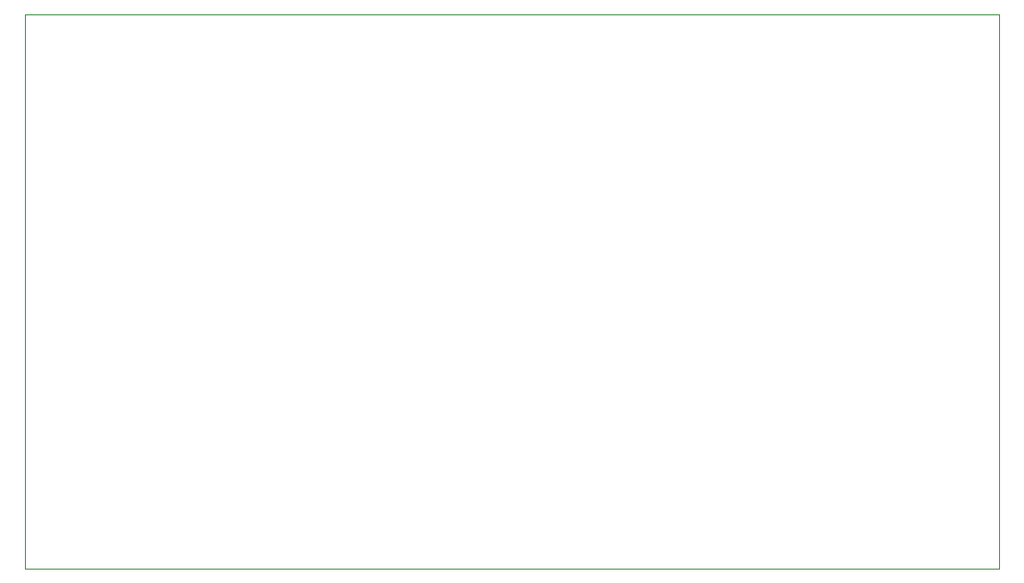
<source format=gbr>
G04 (created by PCBNEW (2013-08-24 BZR 4298)-stable) date Sun 10 Nov 2013 04:28:44 PM PST*
%MOIN*%
G04 Gerber Fmt 3.4, Leading zero omitted, Abs format*
%FSLAX34Y34*%
G01*
G70*
G90*
G04 APERTURE LIST*
%ADD10C,0.005906*%
%ADD11C,0.003937*%
G04 APERTURE END LIST*
G54D10*
G54D11*
X46850Y-31889D02*
X12992Y-31889D01*
X46850Y-51181D02*
X46850Y-31889D01*
X12992Y-51181D02*
X46850Y-51181D01*
X12992Y-31889D02*
X12992Y-51181D01*
M02*

</source>
